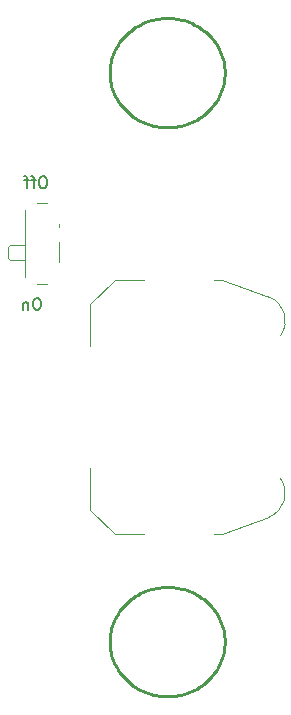
<source format=gbo>
%TF.GenerationSoftware,KiCad,Pcbnew,(7.0.0-0)*%
%TF.CreationDate,2023-07-23T12:51:31-06:00*%
%TF.ProjectId,SAO_pin,53414f5f-7069-46e2-9e6b-696361645f70,rev?*%
%TF.SameCoordinates,Original*%
%TF.FileFunction,Legend,Bot*%
%TF.FilePolarity,Positive*%
%FSLAX46Y46*%
G04 Gerber Fmt 4.6, Leading zero omitted, Abs format (unit mm)*
G04 Created by KiCad (PCBNEW (7.0.0-0)) date 2023-07-23 12:51:31*
%MOMM*%
%LPD*%
G01*
G04 APERTURE LIST*
%ADD10C,0.150000*%
%ADD11C,0.268393*%
%ADD12C,0.120000*%
%ADD13R,1.700000X1.700000*%
%ADD14O,1.700000X1.700000*%
%ADD15R,5.080000X1.270000*%
%ADD16C,17.800000*%
%ADD17R,0.800000X1.000000*%
%ADD18C,0.900000*%
%ADD19R,1.500000X0.700000*%
G04 APERTURE END LIST*
D10*
X82571428Y-51482380D02*
X82380952Y-51482380D01*
X82380952Y-51482380D02*
X82285714Y-51530000D01*
X82285714Y-51530000D02*
X82190476Y-51625238D01*
X82190476Y-51625238D02*
X82142857Y-51815714D01*
X82142857Y-51815714D02*
X82142857Y-52149047D01*
X82142857Y-52149047D02*
X82190476Y-52339523D01*
X82190476Y-52339523D02*
X82285714Y-52434761D01*
X82285714Y-52434761D02*
X82380952Y-52482380D01*
X82380952Y-52482380D02*
X82571428Y-52482380D01*
X82571428Y-52482380D02*
X82666666Y-52434761D01*
X82666666Y-52434761D02*
X82761904Y-52339523D01*
X82761904Y-52339523D02*
X82809523Y-52149047D01*
X82809523Y-52149047D02*
X82809523Y-51815714D01*
X82809523Y-51815714D02*
X82761904Y-51625238D01*
X82761904Y-51625238D02*
X82666666Y-51530000D01*
X82666666Y-51530000D02*
X82571428Y-51482380D01*
X81857142Y-51815714D02*
X81476190Y-51815714D01*
X81714285Y-52482380D02*
X81714285Y-51625238D01*
X81714285Y-51625238D02*
X81666666Y-51530000D01*
X81666666Y-51530000D02*
X81571428Y-51482380D01*
X81571428Y-51482380D02*
X81476190Y-51482380D01*
X81285713Y-51815714D02*
X80904761Y-51815714D01*
X81142856Y-52482380D02*
X81142856Y-51625238D01*
X81142856Y-51625238D02*
X81095237Y-51530000D01*
X81095237Y-51530000D02*
X80999999Y-51482380D01*
X80999999Y-51482380D02*
X80904761Y-51482380D01*
X82071428Y-61782380D02*
X81880952Y-61782380D01*
X81880952Y-61782380D02*
X81785714Y-61830000D01*
X81785714Y-61830000D02*
X81690476Y-61925238D01*
X81690476Y-61925238D02*
X81642857Y-62115714D01*
X81642857Y-62115714D02*
X81642857Y-62449047D01*
X81642857Y-62449047D02*
X81690476Y-62639523D01*
X81690476Y-62639523D02*
X81785714Y-62734761D01*
X81785714Y-62734761D02*
X81880952Y-62782380D01*
X81880952Y-62782380D02*
X82071428Y-62782380D01*
X82071428Y-62782380D02*
X82166666Y-62734761D01*
X82166666Y-62734761D02*
X82261904Y-62639523D01*
X82261904Y-62639523D02*
X82309523Y-62449047D01*
X82309523Y-62449047D02*
X82309523Y-62115714D01*
X82309523Y-62115714D02*
X82261904Y-61925238D01*
X82261904Y-61925238D02*
X82166666Y-61830000D01*
X82166666Y-61830000D02*
X82071428Y-61782380D01*
X81214285Y-62115714D02*
X81214285Y-62782380D01*
X81214285Y-62210952D02*
X81166666Y-62163333D01*
X81166666Y-62163333D02*
X81071428Y-62115714D01*
X81071428Y-62115714D02*
X80928571Y-62115714D01*
X80928571Y-62115714D02*
X80833333Y-62163333D01*
X80833333Y-62163333D02*
X80785714Y-62258571D01*
X80785714Y-62258571D02*
X80785714Y-62782380D01*
%TO.C,svg2mod*%
D11*
X93238750Y-86252273D02*
X93476929Y-86268985D01*
X93713958Y-86296793D01*
X93949268Y-86335631D01*
X94182291Y-86385404D01*
X94412465Y-86445994D01*
X94639237Y-86517254D01*
X94862059Y-86599012D01*
X95080396Y-86691071D01*
X95293721Y-86793210D01*
X95501520Y-86905182D01*
X95703292Y-87026719D01*
X95898553Y-87157526D01*
X96086830Y-87297289D01*
X96267671Y-87445672D01*
X96440640Y-87602316D01*
X96605319Y-87766845D01*
X96761314Y-87938861D01*
X96908247Y-88117951D01*
X97045765Y-88303683D01*
X97173536Y-88495610D01*
X97291252Y-88693269D01*
X97398631Y-88896185D01*
X97495413Y-89103867D01*
X97581365Y-89315817D01*
X97656281Y-89531523D01*
X97719978Y-89750466D01*
X97772305Y-89972118D01*
X97813135Y-90195945D01*
X97842370Y-90421408D01*
X97859939Y-90647965D01*
X97865800Y-90875068D01*
X97859939Y-91102171D01*
X97842370Y-91328727D01*
X97813135Y-91554191D01*
X97772305Y-91778018D01*
X97719978Y-91999670D01*
X97656281Y-92218613D01*
X97581365Y-92434319D01*
X97495413Y-92646268D01*
X97398631Y-92853951D01*
X97291252Y-93056866D01*
X97173536Y-93254526D01*
X97045765Y-93446453D01*
X96908247Y-93632185D01*
X96761314Y-93811275D01*
X96605319Y-93983291D01*
X96440640Y-94147820D01*
X96267671Y-94304464D01*
X96086830Y-94452846D01*
X95898553Y-94592610D01*
X95703292Y-94723417D01*
X95501520Y-94844953D01*
X95293721Y-94956926D01*
X95080396Y-95059065D01*
X94862059Y-95151124D01*
X94639237Y-95232882D01*
X94412465Y-95304142D01*
X94182291Y-95364731D01*
X93949268Y-95414505D01*
X93713958Y-95453343D01*
X93476929Y-95481151D01*
X93238750Y-95497863D01*
X92999997Y-95503438D01*
X92761243Y-95497863D01*
X92523065Y-95481151D01*
X92286035Y-95453343D01*
X92050725Y-95414505D01*
X91817703Y-95364731D01*
X91587528Y-95304142D01*
X91360757Y-95232882D01*
X91137934Y-95151124D01*
X90919598Y-95059065D01*
X90706273Y-94956926D01*
X90498474Y-94844953D01*
X90296701Y-94723417D01*
X90101441Y-94592610D01*
X89913163Y-94452846D01*
X89732323Y-94304464D01*
X89559354Y-94147820D01*
X89394674Y-93983291D01*
X89238680Y-93811275D01*
X89091746Y-93632185D01*
X88954229Y-93446453D01*
X88826458Y-93254526D01*
X88708741Y-93056866D01*
X88601362Y-92853951D01*
X88504580Y-92646268D01*
X88418628Y-92434319D01*
X88343713Y-92218613D01*
X88280015Y-91999670D01*
X88227688Y-91778018D01*
X88186858Y-91554191D01*
X88157623Y-91328727D01*
X88140054Y-91102171D01*
X88134193Y-90875068D01*
X88140054Y-90647965D01*
X88157623Y-90421408D01*
X88186858Y-90195945D01*
X88227688Y-89972118D01*
X88280015Y-89750466D01*
X88343713Y-89531523D01*
X88418628Y-89315817D01*
X88504580Y-89103867D01*
X88601362Y-88896185D01*
X88708741Y-88693269D01*
X88826458Y-88495610D01*
X88954229Y-88303683D01*
X89091746Y-88117951D01*
X89238680Y-87938861D01*
X89394674Y-87766845D01*
X89559354Y-87602316D01*
X89732323Y-87445672D01*
X89913163Y-87297289D01*
X90101441Y-87157526D01*
X90296701Y-87026719D01*
X90498474Y-86905182D01*
X90706273Y-86793210D01*
X90919598Y-86691071D01*
X91137934Y-86599012D01*
X91360757Y-86517254D01*
X91587528Y-86445994D01*
X91817703Y-86385404D01*
X92050725Y-86335631D01*
X92286035Y-86296793D01*
X92523065Y-86268985D01*
X92761243Y-86252273D01*
X92999997Y-86246698D01*
X93238750Y-86252273D01*
X93238750Y-38081441D02*
X93476929Y-38098153D01*
X93713958Y-38125961D01*
X93949268Y-38164799D01*
X94182291Y-38214572D01*
X94412465Y-38275162D01*
X94639237Y-38346422D01*
X94862059Y-38428180D01*
X95080396Y-38520239D01*
X95293721Y-38622378D01*
X95501520Y-38734350D01*
X95703292Y-38855887D01*
X95898553Y-38986694D01*
X96086830Y-39126457D01*
X96267671Y-39274840D01*
X96440640Y-39431484D01*
X96605319Y-39596013D01*
X96761314Y-39768029D01*
X96908247Y-39947119D01*
X97045765Y-40132851D01*
X97173536Y-40324778D01*
X97291252Y-40522437D01*
X97398631Y-40725353D01*
X97495413Y-40933035D01*
X97581365Y-41144985D01*
X97656281Y-41360691D01*
X97719978Y-41579634D01*
X97772305Y-41801286D01*
X97813135Y-42025113D01*
X97842370Y-42250576D01*
X97859939Y-42477133D01*
X97865800Y-42704236D01*
X97859939Y-42931339D01*
X97842370Y-43157896D01*
X97813135Y-43383359D01*
X97772305Y-43607186D01*
X97719978Y-43828838D01*
X97656281Y-44047781D01*
X97581365Y-44263487D01*
X97495413Y-44475436D01*
X97398631Y-44683119D01*
X97291252Y-44886034D01*
X97173536Y-45083694D01*
X97045765Y-45275621D01*
X96908247Y-45461353D01*
X96761314Y-45640443D01*
X96605319Y-45812459D01*
X96440640Y-45976988D01*
X96267671Y-46133632D01*
X96086830Y-46282014D01*
X95898553Y-46421778D01*
X95703292Y-46552585D01*
X95501520Y-46674121D01*
X95293721Y-46786094D01*
X95080396Y-46888233D01*
X94862059Y-46980292D01*
X94639237Y-47062050D01*
X94412465Y-47133310D01*
X94182291Y-47193900D01*
X93949268Y-47243673D01*
X93713958Y-47282511D01*
X93476929Y-47310319D01*
X93238750Y-47327031D01*
X92999997Y-47332606D01*
X92761243Y-47327031D01*
X92523065Y-47310319D01*
X92286035Y-47282511D01*
X92050725Y-47243673D01*
X91817703Y-47193900D01*
X91587528Y-47133310D01*
X91360757Y-47062050D01*
X91137934Y-46980292D01*
X90919598Y-46888233D01*
X90706273Y-46786094D01*
X90498474Y-46674121D01*
X90296701Y-46552585D01*
X90101441Y-46421778D01*
X89913163Y-46282014D01*
X89732323Y-46133632D01*
X89559354Y-45976988D01*
X89394674Y-45812459D01*
X89238680Y-45640443D01*
X89091746Y-45461353D01*
X88954229Y-45275621D01*
X88826458Y-45083694D01*
X88708741Y-44886034D01*
X88601362Y-44683119D01*
X88504580Y-44475436D01*
X88418628Y-44263487D01*
X88343713Y-44047781D01*
X88280015Y-43828838D01*
X88227688Y-43607186D01*
X88186858Y-43383359D01*
X88157623Y-43157896D01*
X88140054Y-42931339D01*
X88134193Y-42704236D01*
X88140054Y-42477133D01*
X88157623Y-42250576D01*
X88186858Y-42025113D01*
X88227688Y-41801286D01*
X88280015Y-41579634D01*
X88343713Y-41360691D01*
X88418628Y-41144985D01*
X88504580Y-40933035D01*
X88601362Y-40725353D01*
X88708741Y-40522437D01*
X88826458Y-40324778D01*
X88954229Y-40132851D01*
X89091746Y-39947119D01*
X89238680Y-39768029D01*
X89394674Y-39596013D01*
X89559354Y-39431484D01*
X89732323Y-39274840D01*
X89913163Y-39126457D01*
X90101441Y-38986694D01*
X90296701Y-38855887D01*
X90498474Y-38734350D01*
X90706273Y-38622378D01*
X90919598Y-38520239D01*
X91137934Y-38428180D01*
X91360757Y-38346422D01*
X91587528Y-38275162D01*
X91817703Y-38214572D01*
X92050725Y-38164799D01*
X92286035Y-38125961D01*
X92523065Y-38098153D01*
X92761243Y-38081441D01*
X92999997Y-38075866D01*
X93238750Y-38081441D01*
D12*
%TO.C,BT1*%
X86460000Y-65800000D02*
X86460000Y-62300000D01*
X97000000Y-81780000D02*
X97630000Y-81780000D01*
X86460000Y-79700000D02*
X88540000Y-81780000D01*
X88540000Y-81780000D02*
X91000000Y-81780000D01*
X88540000Y-60220000D02*
X91000000Y-60220000D01*
X97000000Y-60220000D02*
X97630000Y-60220000D01*
X86460000Y-79700000D02*
X86460000Y-76200000D01*
X97630000Y-81780000D02*
X101580000Y-80340000D01*
X97630000Y-60220000D02*
X101580000Y-61660000D01*
X86460000Y-62300000D02*
X88540000Y-60220000D01*
X101588169Y-80325243D02*
G75*
G03*
X102549999Y-77000000I-738169J2015243D01*
G01*
X102566530Y-64996646D02*
G75*
G03*
X101580000Y-61660000I-1716531J1306646D01*
G01*
%TO.C,SW1*%
X80990000Y-58550000D02*
X79700000Y-58550000D01*
X82000000Y-53700000D02*
X82790000Y-53700000D01*
X83840000Y-55750000D02*
X83840000Y-55550000D01*
X80990000Y-60000000D02*
X80990000Y-54300000D01*
X79490000Y-58350000D02*
X79490000Y-57450000D01*
X82790000Y-60600000D02*
X82000000Y-60600000D01*
X79700000Y-57250000D02*
X79490000Y-57450000D01*
X79700000Y-57250000D02*
X80990000Y-57250000D01*
X79700000Y-58550000D02*
X79490000Y-58350000D01*
X83840000Y-58750000D02*
X83840000Y-57050000D01*
%TD*%
%LPC*%
D13*
%TO.C,J1*%
X90419999Y-51999999D03*
D14*
X90419999Y-54539999D03*
X92959999Y-51999999D03*
X92959999Y-54539999D03*
X95499999Y-51999999D03*
X95499999Y-54539999D03*
%TD*%
D15*
%TO.C,BT1*%
X93999999Y-81984999D03*
X93999999Y-60014999D03*
D16*
X94000000Y-71000000D03*
%TD*%
D17*
%TO.C,SW1*%
X83499999Y-53499999D03*
X81289999Y-60799999D03*
X81289999Y-53499999D03*
X83499999Y-60799999D03*
D18*
X82390000Y-55650000D03*
X82390000Y-58650000D03*
D19*
X84149999Y-59399999D03*
X84149999Y-56399999D03*
X84149999Y-54899999D03*
%TD*%
M02*

</source>
